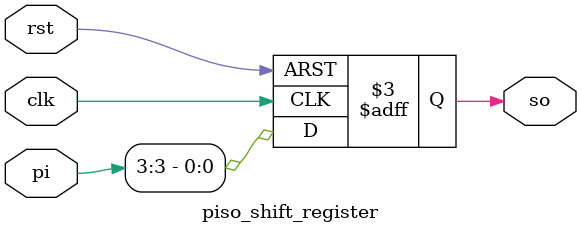
<source format=v>
module siso_shift_register(
    input clk,        // Clock input
    input rst,        // Reset input
    input si,         // Serial input
    output reg so     // Serial output
);

always @(posedge clk, negedge rst)
begin
    if (!rst)  // Asynchronous reset
        so <= 1'b0;  // Reset to 0
    else
        so <= si;  // Output si on each clock cycle
end

endmodule




module pipo_shift_register(
    input clk,        // Clock input
    input rst,        // Reset input
    input [3:0] pi,   // Parallel input
    output reg [3:0] po  // Parallel output
);

always @(posedge clk, negedge rst)
begin
    if (!rst)  // Asynchronous reset
        po <= 4'b0000;  // Reset to 0
    else
        po <= pi;  // Output pi on each clock cycle
end

endmodule




module sipo_shift_register(
    input clk,        // Clock input
    input rst,        // Reset input
    input si,         // Serial input
    output reg [3:0] po  // Parallel output
);

always @(posedge clk, negedge rst)
begin
    if (!rst)  // Asynchronous reset
        po <= 4'b0000;  // Reset to 0
    else
        po <= {po[2:0], si};  // Shift si into po on each clock cycle
end

endmodule






module piso_shift_register(
    input clk,        // Clock input
    input rst,        // Reset input
    input [3:0] pi,   // Parallel input
    output reg so     // Serial output
);

always @(posedge clk, negedge rst)
begin
    if (!rst)  // Asynchronous reset
        so <= 1'b0;  // Reset to 0
    else
        so <= pi[3];  // Output the MSB of pi on each clock cycle
end

endmodule

</source>
